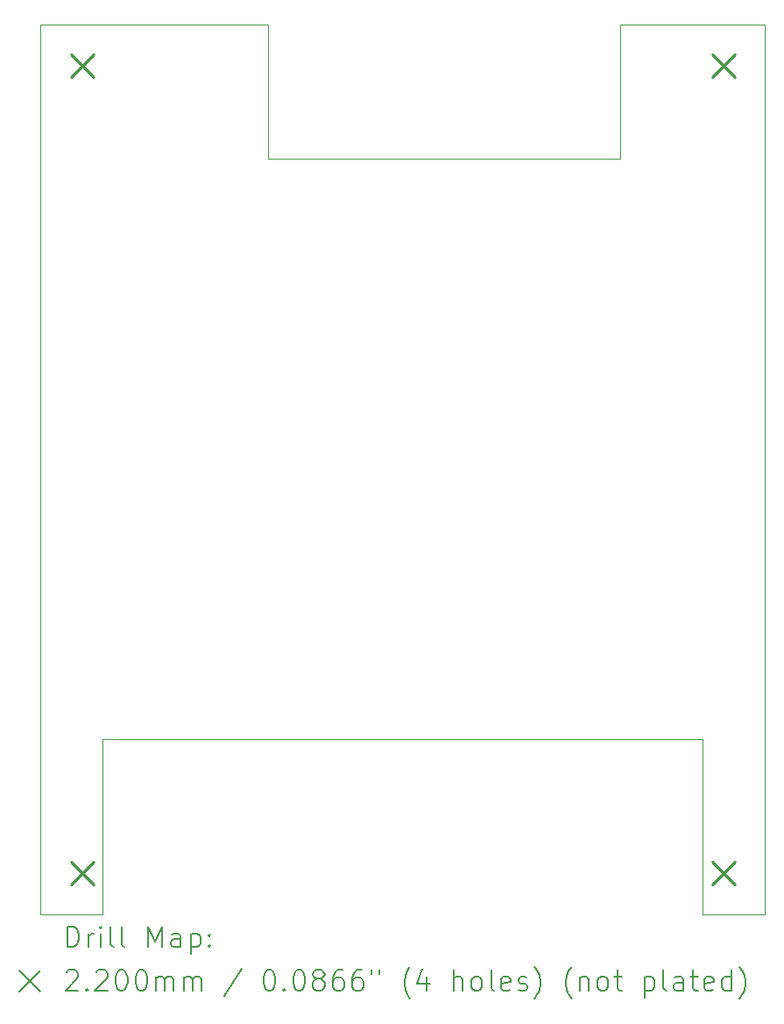
<source format=gbr>
%TF.GenerationSoftware,KiCad,Pcbnew,8.0.4*%
%TF.CreationDate,2025-01-16T20:27:30-05:00*%
%TF.ProjectId,eclipseControlPCB,65636c69-7073-4654-936f-6e74726f6c50,rev?*%
%TF.SameCoordinates,Original*%
%TF.FileFunction,Drillmap*%
%TF.FilePolarity,Positive*%
%FSLAX45Y45*%
G04 Gerber Fmt 4.5, Leading zero omitted, Abs format (unit mm)*
G04 Created by KiCad (PCBNEW 8.0.4) date 2025-01-16 20:27:30*
%MOMM*%
%LPD*%
G01*
G04 APERTURE LIST*
%ADD10C,0.050000*%
%ADD11C,0.200000*%
%ADD12C,0.220000*%
G04 APERTURE END LIST*
D10*
X2200000Y-10600000D02*
X2200000Y-2000000D01*
X7800000Y-3300000D02*
X7800000Y-2000000D01*
X2800000Y-10600000D02*
X2800000Y-8900000D01*
X9200000Y-2000000D02*
X9200000Y-10600000D01*
X2800000Y-10600000D02*
X2200000Y-10600000D01*
X2200000Y-2000000D02*
X4400000Y-2000000D01*
X4400000Y-2000000D02*
X4400000Y-3300000D01*
X8600000Y-10600000D02*
X8600000Y-8900000D01*
X8600000Y-8900000D02*
X2800000Y-8900000D01*
X7800000Y-2000000D02*
X9200000Y-2000000D01*
X9200000Y-10600000D02*
X8600000Y-10600000D01*
X4400000Y-3300000D02*
X7800000Y-3300000D01*
D11*
D12*
X2490000Y-2290000D02*
X2710000Y-2510000D01*
X2710000Y-2290000D02*
X2490000Y-2510000D01*
X2490000Y-10090000D02*
X2710000Y-10310000D01*
X2710000Y-10090000D02*
X2490000Y-10310000D01*
X8690000Y-2290000D02*
X8910000Y-2510000D01*
X8910000Y-2290000D02*
X8690000Y-2510000D01*
X8690000Y-10090000D02*
X8910000Y-10310000D01*
X8910000Y-10090000D02*
X8690000Y-10310000D01*
D11*
X2458277Y-10913984D02*
X2458277Y-10713984D01*
X2458277Y-10713984D02*
X2505896Y-10713984D01*
X2505896Y-10713984D02*
X2534467Y-10723508D01*
X2534467Y-10723508D02*
X2553515Y-10742555D01*
X2553515Y-10742555D02*
X2563039Y-10761603D01*
X2563039Y-10761603D02*
X2572563Y-10799698D01*
X2572563Y-10799698D02*
X2572563Y-10828270D01*
X2572563Y-10828270D02*
X2563039Y-10866365D01*
X2563039Y-10866365D02*
X2553515Y-10885412D01*
X2553515Y-10885412D02*
X2534467Y-10904460D01*
X2534467Y-10904460D02*
X2505896Y-10913984D01*
X2505896Y-10913984D02*
X2458277Y-10913984D01*
X2658277Y-10913984D02*
X2658277Y-10780650D01*
X2658277Y-10818746D02*
X2667801Y-10799698D01*
X2667801Y-10799698D02*
X2677324Y-10790174D01*
X2677324Y-10790174D02*
X2696372Y-10780650D01*
X2696372Y-10780650D02*
X2715420Y-10780650D01*
X2782086Y-10913984D02*
X2782086Y-10780650D01*
X2782086Y-10713984D02*
X2772563Y-10723508D01*
X2772563Y-10723508D02*
X2782086Y-10733031D01*
X2782086Y-10733031D02*
X2791610Y-10723508D01*
X2791610Y-10723508D02*
X2782086Y-10713984D01*
X2782086Y-10713984D02*
X2782086Y-10733031D01*
X2905896Y-10913984D02*
X2886848Y-10904460D01*
X2886848Y-10904460D02*
X2877324Y-10885412D01*
X2877324Y-10885412D02*
X2877324Y-10713984D01*
X3010658Y-10913984D02*
X2991610Y-10904460D01*
X2991610Y-10904460D02*
X2982086Y-10885412D01*
X2982086Y-10885412D02*
X2982086Y-10713984D01*
X3239229Y-10913984D02*
X3239229Y-10713984D01*
X3239229Y-10713984D02*
X3305896Y-10856841D01*
X3305896Y-10856841D02*
X3372562Y-10713984D01*
X3372562Y-10713984D02*
X3372562Y-10913984D01*
X3553515Y-10913984D02*
X3553515Y-10809222D01*
X3553515Y-10809222D02*
X3543991Y-10790174D01*
X3543991Y-10790174D02*
X3524943Y-10780650D01*
X3524943Y-10780650D02*
X3486848Y-10780650D01*
X3486848Y-10780650D02*
X3467801Y-10790174D01*
X3553515Y-10904460D02*
X3534467Y-10913984D01*
X3534467Y-10913984D02*
X3486848Y-10913984D01*
X3486848Y-10913984D02*
X3467801Y-10904460D01*
X3467801Y-10904460D02*
X3458277Y-10885412D01*
X3458277Y-10885412D02*
X3458277Y-10866365D01*
X3458277Y-10866365D02*
X3467801Y-10847317D01*
X3467801Y-10847317D02*
X3486848Y-10837793D01*
X3486848Y-10837793D02*
X3534467Y-10837793D01*
X3534467Y-10837793D02*
X3553515Y-10828270D01*
X3648753Y-10780650D02*
X3648753Y-10980650D01*
X3648753Y-10790174D02*
X3667801Y-10780650D01*
X3667801Y-10780650D02*
X3705896Y-10780650D01*
X3705896Y-10780650D02*
X3724943Y-10790174D01*
X3724943Y-10790174D02*
X3734467Y-10799698D01*
X3734467Y-10799698D02*
X3743991Y-10818746D01*
X3743991Y-10818746D02*
X3743991Y-10875889D01*
X3743991Y-10875889D02*
X3734467Y-10894936D01*
X3734467Y-10894936D02*
X3724943Y-10904460D01*
X3724943Y-10904460D02*
X3705896Y-10913984D01*
X3705896Y-10913984D02*
X3667801Y-10913984D01*
X3667801Y-10913984D02*
X3648753Y-10904460D01*
X3829705Y-10894936D02*
X3839229Y-10904460D01*
X3839229Y-10904460D02*
X3829705Y-10913984D01*
X3829705Y-10913984D02*
X3820182Y-10904460D01*
X3820182Y-10904460D02*
X3829705Y-10894936D01*
X3829705Y-10894936D02*
X3829705Y-10913984D01*
X3829705Y-10790174D02*
X3839229Y-10799698D01*
X3839229Y-10799698D02*
X3829705Y-10809222D01*
X3829705Y-10809222D02*
X3820182Y-10799698D01*
X3820182Y-10799698D02*
X3829705Y-10790174D01*
X3829705Y-10790174D02*
X3829705Y-10809222D01*
X1997500Y-11142500D02*
X2197500Y-11342500D01*
X2197500Y-11142500D02*
X1997500Y-11342500D01*
X2448753Y-11153031D02*
X2458277Y-11143508D01*
X2458277Y-11143508D02*
X2477324Y-11133984D01*
X2477324Y-11133984D02*
X2524944Y-11133984D01*
X2524944Y-11133984D02*
X2543991Y-11143508D01*
X2543991Y-11143508D02*
X2553515Y-11153031D01*
X2553515Y-11153031D02*
X2563039Y-11172079D01*
X2563039Y-11172079D02*
X2563039Y-11191127D01*
X2563039Y-11191127D02*
X2553515Y-11219698D01*
X2553515Y-11219698D02*
X2439229Y-11333984D01*
X2439229Y-11333984D02*
X2563039Y-11333984D01*
X2648753Y-11314936D02*
X2658277Y-11324460D01*
X2658277Y-11324460D02*
X2648753Y-11333984D01*
X2648753Y-11333984D02*
X2639229Y-11324460D01*
X2639229Y-11324460D02*
X2648753Y-11314936D01*
X2648753Y-11314936D02*
X2648753Y-11333984D01*
X2734467Y-11153031D02*
X2743991Y-11143508D01*
X2743991Y-11143508D02*
X2763039Y-11133984D01*
X2763039Y-11133984D02*
X2810658Y-11133984D01*
X2810658Y-11133984D02*
X2829705Y-11143508D01*
X2829705Y-11143508D02*
X2839229Y-11153031D01*
X2839229Y-11153031D02*
X2848753Y-11172079D01*
X2848753Y-11172079D02*
X2848753Y-11191127D01*
X2848753Y-11191127D02*
X2839229Y-11219698D01*
X2839229Y-11219698D02*
X2724944Y-11333984D01*
X2724944Y-11333984D02*
X2848753Y-11333984D01*
X2972562Y-11133984D02*
X2991610Y-11133984D01*
X2991610Y-11133984D02*
X3010658Y-11143508D01*
X3010658Y-11143508D02*
X3020182Y-11153031D01*
X3020182Y-11153031D02*
X3029705Y-11172079D01*
X3029705Y-11172079D02*
X3039229Y-11210174D01*
X3039229Y-11210174D02*
X3039229Y-11257793D01*
X3039229Y-11257793D02*
X3029705Y-11295888D01*
X3029705Y-11295888D02*
X3020182Y-11314936D01*
X3020182Y-11314936D02*
X3010658Y-11324460D01*
X3010658Y-11324460D02*
X2991610Y-11333984D01*
X2991610Y-11333984D02*
X2972562Y-11333984D01*
X2972562Y-11333984D02*
X2953515Y-11324460D01*
X2953515Y-11324460D02*
X2943991Y-11314936D01*
X2943991Y-11314936D02*
X2934467Y-11295888D01*
X2934467Y-11295888D02*
X2924943Y-11257793D01*
X2924943Y-11257793D02*
X2924943Y-11210174D01*
X2924943Y-11210174D02*
X2934467Y-11172079D01*
X2934467Y-11172079D02*
X2943991Y-11153031D01*
X2943991Y-11153031D02*
X2953515Y-11143508D01*
X2953515Y-11143508D02*
X2972562Y-11133984D01*
X3163039Y-11133984D02*
X3182086Y-11133984D01*
X3182086Y-11133984D02*
X3201134Y-11143508D01*
X3201134Y-11143508D02*
X3210658Y-11153031D01*
X3210658Y-11153031D02*
X3220182Y-11172079D01*
X3220182Y-11172079D02*
X3229705Y-11210174D01*
X3229705Y-11210174D02*
X3229705Y-11257793D01*
X3229705Y-11257793D02*
X3220182Y-11295888D01*
X3220182Y-11295888D02*
X3210658Y-11314936D01*
X3210658Y-11314936D02*
X3201134Y-11324460D01*
X3201134Y-11324460D02*
X3182086Y-11333984D01*
X3182086Y-11333984D02*
X3163039Y-11333984D01*
X3163039Y-11333984D02*
X3143991Y-11324460D01*
X3143991Y-11324460D02*
X3134467Y-11314936D01*
X3134467Y-11314936D02*
X3124943Y-11295888D01*
X3124943Y-11295888D02*
X3115420Y-11257793D01*
X3115420Y-11257793D02*
X3115420Y-11210174D01*
X3115420Y-11210174D02*
X3124943Y-11172079D01*
X3124943Y-11172079D02*
X3134467Y-11153031D01*
X3134467Y-11153031D02*
X3143991Y-11143508D01*
X3143991Y-11143508D02*
X3163039Y-11133984D01*
X3315420Y-11333984D02*
X3315420Y-11200650D01*
X3315420Y-11219698D02*
X3324943Y-11210174D01*
X3324943Y-11210174D02*
X3343991Y-11200650D01*
X3343991Y-11200650D02*
X3372563Y-11200650D01*
X3372563Y-11200650D02*
X3391610Y-11210174D01*
X3391610Y-11210174D02*
X3401134Y-11229222D01*
X3401134Y-11229222D02*
X3401134Y-11333984D01*
X3401134Y-11229222D02*
X3410658Y-11210174D01*
X3410658Y-11210174D02*
X3429705Y-11200650D01*
X3429705Y-11200650D02*
X3458277Y-11200650D01*
X3458277Y-11200650D02*
X3477324Y-11210174D01*
X3477324Y-11210174D02*
X3486848Y-11229222D01*
X3486848Y-11229222D02*
X3486848Y-11333984D01*
X3582086Y-11333984D02*
X3582086Y-11200650D01*
X3582086Y-11219698D02*
X3591610Y-11210174D01*
X3591610Y-11210174D02*
X3610658Y-11200650D01*
X3610658Y-11200650D02*
X3639229Y-11200650D01*
X3639229Y-11200650D02*
X3658277Y-11210174D01*
X3658277Y-11210174D02*
X3667801Y-11229222D01*
X3667801Y-11229222D02*
X3667801Y-11333984D01*
X3667801Y-11229222D02*
X3677324Y-11210174D01*
X3677324Y-11210174D02*
X3696372Y-11200650D01*
X3696372Y-11200650D02*
X3724943Y-11200650D01*
X3724943Y-11200650D02*
X3743991Y-11210174D01*
X3743991Y-11210174D02*
X3753515Y-11229222D01*
X3753515Y-11229222D02*
X3753515Y-11333984D01*
X4143991Y-11124460D02*
X3972563Y-11381603D01*
X4401134Y-11133984D02*
X4420182Y-11133984D01*
X4420182Y-11133984D02*
X4439229Y-11143508D01*
X4439229Y-11143508D02*
X4448753Y-11153031D01*
X4448753Y-11153031D02*
X4458277Y-11172079D01*
X4458277Y-11172079D02*
X4467801Y-11210174D01*
X4467801Y-11210174D02*
X4467801Y-11257793D01*
X4467801Y-11257793D02*
X4458277Y-11295888D01*
X4458277Y-11295888D02*
X4448753Y-11314936D01*
X4448753Y-11314936D02*
X4439229Y-11324460D01*
X4439229Y-11324460D02*
X4420182Y-11333984D01*
X4420182Y-11333984D02*
X4401134Y-11333984D01*
X4401134Y-11333984D02*
X4382087Y-11324460D01*
X4382087Y-11324460D02*
X4372563Y-11314936D01*
X4372563Y-11314936D02*
X4363039Y-11295888D01*
X4363039Y-11295888D02*
X4353515Y-11257793D01*
X4353515Y-11257793D02*
X4353515Y-11210174D01*
X4353515Y-11210174D02*
X4363039Y-11172079D01*
X4363039Y-11172079D02*
X4372563Y-11153031D01*
X4372563Y-11153031D02*
X4382087Y-11143508D01*
X4382087Y-11143508D02*
X4401134Y-11133984D01*
X4553515Y-11314936D02*
X4563039Y-11324460D01*
X4563039Y-11324460D02*
X4553515Y-11333984D01*
X4553515Y-11333984D02*
X4543991Y-11324460D01*
X4543991Y-11324460D02*
X4553515Y-11314936D01*
X4553515Y-11314936D02*
X4553515Y-11333984D01*
X4686848Y-11133984D02*
X4705896Y-11133984D01*
X4705896Y-11133984D02*
X4724944Y-11143508D01*
X4724944Y-11143508D02*
X4734468Y-11153031D01*
X4734468Y-11153031D02*
X4743991Y-11172079D01*
X4743991Y-11172079D02*
X4753515Y-11210174D01*
X4753515Y-11210174D02*
X4753515Y-11257793D01*
X4753515Y-11257793D02*
X4743991Y-11295888D01*
X4743991Y-11295888D02*
X4734468Y-11314936D01*
X4734468Y-11314936D02*
X4724944Y-11324460D01*
X4724944Y-11324460D02*
X4705896Y-11333984D01*
X4705896Y-11333984D02*
X4686848Y-11333984D01*
X4686848Y-11333984D02*
X4667801Y-11324460D01*
X4667801Y-11324460D02*
X4658277Y-11314936D01*
X4658277Y-11314936D02*
X4648753Y-11295888D01*
X4648753Y-11295888D02*
X4639229Y-11257793D01*
X4639229Y-11257793D02*
X4639229Y-11210174D01*
X4639229Y-11210174D02*
X4648753Y-11172079D01*
X4648753Y-11172079D02*
X4658277Y-11153031D01*
X4658277Y-11153031D02*
X4667801Y-11143508D01*
X4667801Y-11143508D02*
X4686848Y-11133984D01*
X4867801Y-11219698D02*
X4848753Y-11210174D01*
X4848753Y-11210174D02*
X4839229Y-11200650D01*
X4839229Y-11200650D02*
X4829706Y-11181603D01*
X4829706Y-11181603D02*
X4829706Y-11172079D01*
X4829706Y-11172079D02*
X4839229Y-11153031D01*
X4839229Y-11153031D02*
X4848753Y-11143508D01*
X4848753Y-11143508D02*
X4867801Y-11133984D01*
X4867801Y-11133984D02*
X4905896Y-11133984D01*
X4905896Y-11133984D02*
X4924944Y-11143508D01*
X4924944Y-11143508D02*
X4934468Y-11153031D01*
X4934468Y-11153031D02*
X4943991Y-11172079D01*
X4943991Y-11172079D02*
X4943991Y-11181603D01*
X4943991Y-11181603D02*
X4934468Y-11200650D01*
X4934468Y-11200650D02*
X4924944Y-11210174D01*
X4924944Y-11210174D02*
X4905896Y-11219698D01*
X4905896Y-11219698D02*
X4867801Y-11219698D01*
X4867801Y-11219698D02*
X4848753Y-11229222D01*
X4848753Y-11229222D02*
X4839229Y-11238746D01*
X4839229Y-11238746D02*
X4829706Y-11257793D01*
X4829706Y-11257793D02*
X4829706Y-11295888D01*
X4829706Y-11295888D02*
X4839229Y-11314936D01*
X4839229Y-11314936D02*
X4848753Y-11324460D01*
X4848753Y-11324460D02*
X4867801Y-11333984D01*
X4867801Y-11333984D02*
X4905896Y-11333984D01*
X4905896Y-11333984D02*
X4924944Y-11324460D01*
X4924944Y-11324460D02*
X4934468Y-11314936D01*
X4934468Y-11314936D02*
X4943991Y-11295888D01*
X4943991Y-11295888D02*
X4943991Y-11257793D01*
X4943991Y-11257793D02*
X4934468Y-11238746D01*
X4934468Y-11238746D02*
X4924944Y-11229222D01*
X4924944Y-11229222D02*
X4905896Y-11219698D01*
X5115420Y-11133984D02*
X5077325Y-11133984D01*
X5077325Y-11133984D02*
X5058277Y-11143508D01*
X5058277Y-11143508D02*
X5048753Y-11153031D01*
X5048753Y-11153031D02*
X5029706Y-11181603D01*
X5029706Y-11181603D02*
X5020182Y-11219698D01*
X5020182Y-11219698D02*
X5020182Y-11295888D01*
X5020182Y-11295888D02*
X5029706Y-11314936D01*
X5029706Y-11314936D02*
X5039229Y-11324460D01*
X5039229Y-11324460D02*
X5058277Y-11333984D01*
X5058277Y-11333984D02*
X5096372Y-11333984D01*
X5096372Y-11333984D02*
X5115420Y-11324460D01*
X5115420Y-11324460D02*
X5124944Y-11314936D01*
X5124944Y-11314936D02*
X5134468Y-11295888D01*
X5134468Y-11295888D02*
X5134468Y-11248269D01*
X5134468Y-11248269D02*
X5124944Y-11229222D01*
X5124944Y-11229222D02*
X5115420Y-11219698D01*
X5115420Y-11219698D02*
X5096372Y-11210174D01*
X5096372Y-11210174D02*
X5058277Y-11210174D01*
X5058277Y-11210174D02*
X5039229Y-11219698D01*
X5039229Y-11219698D02*
X5029706Y-11229222D01*
X5029706Y-11229222D02*
X5020182Y-11248269D01*
X5305896Y-11133984D02*
X5267801Y-11133984D01*
X5267801Y-11133984D02*
X5248753Y-11143508D01*
X5248753Y-11143508D02*
X5239229Y-11153031D01*
X5239229Y-11153031D02*
X5220182Y-11181603D01*
X5220182Y-11181603D02*
X5210658Y-11219698D01*
X5210658Y-11219698D02*
X5210658Y-11295888D01*
X5210658Y-11295888D02*
X5220182Y-11314936D01*
X5220182Y-11314936D02*
X5229706Y-11324460D01*
X5229706Y-11324460D02*
X5248753Y-11333984D01*
X5248753Y-11333984D02*
X5286849Y-11333984D01*
X5286849Y-11333984D02*
X5305896Y-11324460D01*
X5305896Y-11324460D02*
X5315420Y-11314936D01*
X5315420Y-11314936D02*
X5324944Y-11295888D01*
X5324944Y-11295888D02*
X5324944Y-11248269D01*
X5324944Y-11248269D02*
X5315420Y-11229222D01*
X5315420Y-11229222D02*
X5305896Y-11219698D01*
X5305896Y-11219698D02*
X5286849Y-11210174D01*
X5286849Y-11210174D02*
X5248753Y-11210174D01*
X5248753Y-11210174D02*
X5229706Y-11219698D01*
X5229706Y-11219698D02*
X5220182Y-11229222D01*
X5220182Y-11229222D02*
X5210658Y-11248269D01*
X5401134Y-11133984D02*
X5401134Y-11172079D01*
X5477325Y-11133984D02*
X5477325Y-11172079D01*
X5772563Y-11410174D02*
X5763039Y-11400650D01*
X5763039Y-11400650D02*
X5743991Y-11372079D01*
X5743991Y-11372079D02*
X5734468Y-11353031D01*
X5734468Y-11353031D02*
X5724944Y-11324460D01*
X5724944Y-11324460D02*
X5715420Y-11276841D01*
X5715420Y-11276841D02*
X5715420Y-11238746D01*
X5715420Y-11238746D02*
X5724944Y-11191127D01*
X5724944Y-11191127D02*
X5734468Y-11162555D01*
X5734468Y-11162555D02*
X5743991Y-11143508D01*
X5743991Y-11143508D02*
X5763039Y-11114936D01*
X5763039Y-11114936D02*
X5772563Y-11105412D01*
X5934468Y-11200650D02*
X5934468Y-11333984D01*
X5886848Y-11124460D02*
X5839229Y-11267317D01*
X5839229Y-11267317D02*
X5963039Y-11267317D01*
X6191610Y-11333984D02*
X6191610Y-11133984D01*
X6277325Y-11333984D02*
X6277325Y-11229222D01*
X6277325Y-11229222D02*
X6267801Y-11210174D01*
X6267801Y-11210174D02*
X6248753Y-11200650D01*
X6248753Y-11200650D02*
X6220182Y-11200650D01*
X6220182Y-11200650D02*
X6201134Y-11210174D01*
X6201134Y-11210174D02*
X6191610Y-11219698D01*
X6401134Y-11333984D02*
X6382087Y-11324460D01*
X6382087Y-11324460D02*
X6372563Y-11314936D01*
X6372563Y-11314936D02*
X6363039Y-11295888D01*
X6363039Y-11295888D02*
X6363039Y-11238746D01*
X6363039Y-11238746D02*
X6372563Y-11219698D01*
X6372563Y-11219698D02*
X6382087Y-11210174D01*
X6382087Y-11210174D02*
X6401134Y-11200650D01*
X6401134Y-11200650D02*
X6429706Y-11200650D01*
X6429706Y-11200650D02*
X6448753Y-11210174D01*
X6448753Y-11210174D02*
X6458277Y-11219698D01*
X6458277Y-11219698D02*
X6467801Y-11238746D01*
X6467801Y-11238746D02*
X6467801Y-11295888D01*
X6467801Y-11295888D02*
X6458277Y-11314936D01*
X6458277Y-11314936D02*
X6448753Y-11324460D01*
X6448753Y-11324460D02*
X6429706Y-11333984D01*
X6429706Y-11333984D02*
X6401134Y-11333984D01*
X6582087Y-11333984D02*
X6563039Y-11324460D01*
X6563039Y-11324460D02*
X6553515Y-11305412D01*
X6553515Y-11305412D02*
X6553515Y-11133984D01*
X6734468Y-11324460D02*
X6715420Y-11333984D01*
X6715420Y-11333984D02*
X6677325Y-11333984D01*
X6677325Y-11333984D02*
X6658277Y-11324460D01*
X6658277Y-11324460D02*
X6648753Y-11305412D01*
X6648753Y-11305412D02*
X6648753Y-11229222D01*
X6648753Y-11229222D02*
X6658277Y-11210174D01*
X6658277Y-11210174D02*
X6677325Y-11200650D01*
X6677325Y-11200650D02*
X6715420Y-11200650D01*
X6715420Y-11200650D02*
X6734468Y-11210174D01*
X6734468Y-11210174D02*
X6743991Y-11229222D01*
X6743991Y-11229222D02*
X6743991Y-11248269D01*
X6743991Y-11248269D02*
X6648753Y-11267317D01*
X6820182Y-11324460D02*
X6839230Y-11333984D01*
X6839230Y-11333984D02*
X6877325Y-11333984D01*
X6877325Y-11333984D02*
X6896372Y-11324460D01*
X6896372Y-11324460D02*
X6905896Y-11305412D01*
X6905896Y-11305412D02*
X6905896Y-11295888D01*
X6905896Y-11295888D02*
X6896372Y-11276841D01*
X6896372Y-11276841D02*
X6877325Y-11267317D01*
X6877325Y-11267317D02*
X6848753Y-11267317D01*
X6848753Y-11267317D02*
X6829706Y-11257793D01*
X6829706Y-11257793D02*
X6820182Y-11238746D01*
X6820182Y-11238746D02*
X6820182Y-11229222D01*
X6820182Y-11229222D02*
X6829706Y-11210174D01*
X6829706Y-11210174D02*
X6848753Y-11200650D01*
X6848753Y-11200650D02*
X6877325Y-11200650D01*
X6877325Y-11200650D02*
X6896372Y-11210174D01*
X6972563Y-11410174D02*
X6982087Y-11400650D01*
X6982087Y-11400650D02*
X7001134Y-11372079D01*
X7001134Y-11372079D02*
X7010658Y-11353031D01*
X7010658Y-11353031D02*
X7020182Y-11324460D01*
X7020182Y-11324460D02*
X7029706Y-11276841D01*
X7029706Y-11276841D02*
X7029706Y-11238746D01*
X7029706Y-11238746D02*
X7020182Y-11191127D01*
X7020182Y-11191127D02*
X7010658Y-11162555D01*
X7010658Y-11162555D02*
X7001134Y-11143508D01*
X7001134Y-11143508D02*
X6982087Y-11114936D01*
X6982087Y-11114936D02*
X6972563Y-11105412D01*
X7334468Y-11410174D02*
X7324944Y-11400650D01*
X7324944Y-11400650D02*
X7305896Y-11372079D01*
X7305896Y-11372079D02*
X7296372Y-11353031D01*
X7296372Y-11353031D02*
X7286849Y-11324460D01*
X7286849Y-11324460D02*
X7277325Y-11276841D01*
X7277325Y-11276841D02*
X7277325Y-11238746D01*
X7277325Y-11238746D02*
X7286849Y-11191127D01*
X7286849Y-11191127D02*
X7296372Y-11162555D01*
X7296372Y-11162555D02*
X7305896Y-11143508D01*
X7305896Y-11143508D02*
X7324944Y-11114936D01*
X7324944Y-11114936D02*
X7334468Y-11105412D01*
X7410658Y-11200650D02*
X7410658Y-11333984D01*
X7410658Y-11219698D02*
X7420182Y-11210174D01*
X7420182Y-11210174D02*
X7439230Y-11200650D01*
X7439230Y-11200650D02*
X7467801Y-11200650D01*
X7467801Y-11200650D02*
X7486849Y-11210174D01*
X7486849Y-11210174D02*
X7496372Y-11229222D01*
X7496372Y-11229222D02*
X7496372Y-11333984D01*
X7620182Y-11333984D02*
X7601134Y-11324460D01*
X7601134Y-11324460D02*
X7591611Y-11314936D01*
X7591611Y-11314936D02*
X7582087Y-11295888D01*
X7582087Y-11295888D02*
X7582087Y-11238746D01*
X7582087Y-11238746D02*
X7591611Y-11219698D01*
X7591611Y-11219698D02*
X7601134Y-11210174D01*
X7601134Y-11210174D02*
X7620182Y-11200650D01*
X7620182Y-11200650D02*
X7648753Y-11200650D01*
X7648753Y-11200650D02*
X7667801Y-11210174D01*
X7667801Y-11210174D02*
X7677325Y-11219698D01*
X7677325Y-11219698D02*
X7686849Y-11238746D01*
X7686849Y-11238746D02*
X7686849Y-11295888D01*
X7686849Y-11295888D02*
X7677325Y-11314936D01*
X7677325Y-11314936D02*
X7667801Y-11324460D01*
X7667801Y-11324460D02*
X7648753Y-11333984D01*
X7648753Y-11333984D02*
X7620182Y-11333984D01*
X7743992Y-11200650D02*
X7820182Y-11200650D01*
X7772563Y-11133984D02*
X7772563Y-11305412D01*
X7772563Y-11305412D02*
X7782087Y-11324460D01*
X7782087Y-11324460D02*
X7801134Y-11333984D01*
X7801134Y-11333984D02*
X7820182Y-11333984D01*
X8039230Y-11200650D02*
X8039230Y-11400650D01*
X8039230Y-11210174D02*
X8058277Y-11200650D01*
X8058277Y-11200650D02*
X8096373Y-11200650D01*
X8096373Y-11200650D02*
X8115420Y-11210174D01*
X8115420Y-11210174D02*
X8124944Y-11219698D01*
X8124944Y-11219698D02*
X8134468Y-11238746D01*
X8134468Y-11238746D02*
X8134468Y-11295888D01*
X8134468Y-11295888D02*
X8124944Y-11314936D01*
X8124944Y-11314936D02*
X8115420Y-11324460D01*
X8115420Y-11324460D02*
X8096373Y-11333984D01*
X8096373Y-11333984D02*
X8058277Y-11333984D01*
X8058277Y-11333984D02*
X8039230Y-11324460D01*
X8248753Y-11333984D02*
X8229706Y-11324460D01*
X8229706Y-11324460D02*
X8220182Y-11305412D01*
X8220182Y-11305412D02*
X8220182Y-11133984D01*
X8410658Y-11333984D02*
X8410658Y-11229222D01*
X8410658Y-11229222D02*
X8401135Y-11210174D01*
X8401135Y-11210174D02*
X8382087Y-11200650D01*
X8382087Y-11200650D02*
X8343992Y-11200650D01*
X8343992Y-11200650D02*
X8324944Y-11210174D01*
X8410658Y-11324460D02*
X8391611Y-11333984D01*
X8391611Y-11333984D02*
X8343992Y-11333984D01*
X8343992Y-11333984D02*
X8324944Y-11324460D01*
X8324944Y-11324460D02*
X8315420Y-11305412D01*
X8315420Y-11305412D02*
X8315420Y-11286365D01*
X8315420Y-11286365D02*
X8324944Y-11267317D01*
X8324944Y-11267317D02*
X8343992Y-11257793D01*
X8343992Y-11257793D02*
X8391611Y-11257793D01*
X8391611Y-11257793D02*
X8410658Y-11248269D01*
X8477325Y-11200650D02*
X8553515Y-11200650D01*
X8505896Y-11133984D02*
X8505896Y-11305412D01*
X8505896Y-11305412D02*
X8515420Y-11324460D01*
X8515420Y-11324460D02*
X8534468Y-11333984D01*
X8534468Y-11333984D02*
X8553515Y-11333984D01*
X8696373Y-11324460D02*
X8677325Y-11333984D01*
X8677325Y-11333984D02*
X8639230Y-11333984D01*
X8639230Y-11333984D02*
X8620182Y-11324460D01*
X8620182Y-11324460D02*
X8610658Y-11305412D01*
X8610658Y-11305412D02*
X8610658Y-11229222D01*
X8610658Y-11229222D02*
X8620182Y-11210174D01*
X8620182Y-11210174D02*
X8639230Y-11200650D01*
X8639230Y-11200650D02*
X8677325Y-11200650D01*
X8677325Y-11200650D02*
X8696373Y-11210174D01*
X8696373Y-11210174D02*
X8705896Y-11229222D01*
X8705896Y-11229222D02*
X8705896Y-11248269D01*
X8705896Y-11248269D02*
X8610658Y-11267317D01*
X8877325Y-11333984D02*
X8877325Y-11133984D01*
X8877325Y-11324460D02*
X8858277Y-11333984D01*
X8858277Y-11333984D02*
X8820182Y-11333984D01*
X8820182Y-11333984D02*
X8801135Y-11324460D01*
X8801135Y-11324460D02*
X8791611Y-11314936D01*
X8791611Y-11314936D02*
X8782087Y-11295888D01*
X8782087Y-11295888D02*
X8782087Y-11238746D01*
X8782087Y-11238746D02*
X8791611Y-11219698D01*
X8791611Y-11219698D02*
X8801135Y-11210174D01*
X8801135Y-11210174D02*
X8820182Y-11200650D01*
X8820182Y-11200650D02*
X8858277Y-11200650D01*
X8858277Y-11200650D02*
X8877325Y-11210174D01*
X8953516Y-11410174D02*
X8963039Y-11400650D01*
X8963039Y-11400650D02*
X8982087Y-11372079D01*
X8982087Y-11372079D02*
X8991611Y-11353031D01*
X8991611Y-11353031D02*
X9001135Y-11324460D01*
X9001135Y-11324460D02*
X9010658Y-11276841D01*
X9010658Y-11276841D02*
X9010658Y-11238746D01*
X9010658Y-11238746D02*
X9001135Y-11191127D01*
X9001135Y-11191127D02*
X8991611Y-11162555D01*
X8991611Y-11162555D02*
X8982087Y-11143508D01*
X8982087Y-11143508D02*
X8963039Y-11114936D01*
X8963039Y-11114936D02*
X8953516Y-11105412D01*
M02*

</source>
